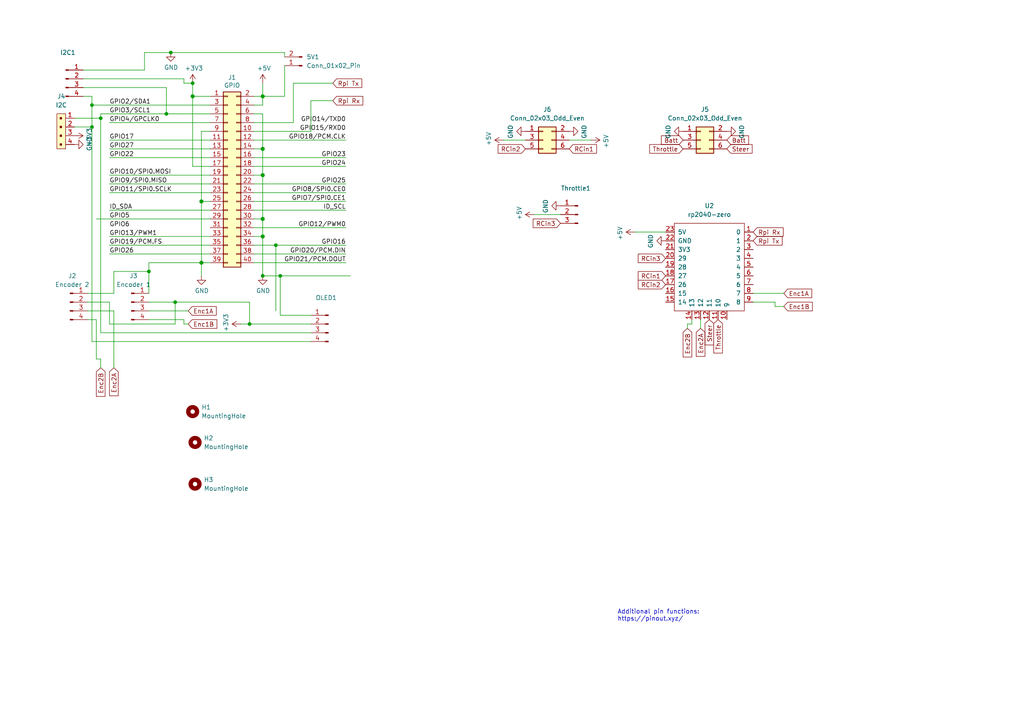
<source format=kicad_sch>
(kicad_sch (version 20250114) (generator "eeschema") (generator_version "9.0")
  (paper "A4")
  (title_block (date "15 nov 2012"))
  (lib_symbols
    (symbol "Connector:Conn_01x02_Pin" (pin_names (offset 1.016) (hide yes))
      (property "Reference" "J" (at 0 2.54 0))
      (property "Value" "Conn_01x02_Pin" (at 0 -5.08 0))
      (symbol "Conn_01x02_Pin_1_1"
        (rectangle (start 0.8636 0.127) (end 0 -0.127) (stroke (width 0.1524)) (fill (type outline)))
        (rectangle (start 0.8636 -2.413) (end 0 -2.667) (stroke (width 0.1524)) (fill (type outline)))
        (polyline (pts (xy 1.27 0) (xy 0.8636 0)) (stroke (width 0.1524)))
        (polyline (pts (xy 1.27 -2.54) (xy 0.8636 -2.54)) (stroke (width 0.1524)))
        (pin passive line (at 5.08 0 180) (length 3.81) (name "Pin_1") (number "1"))
        (pin passive line (at 5.08 -2.54 180) (length 3.81) (name "Pin_2") (number "2"))
      )
    )
    (symbol "Connector:Conn_01x03_Pin" (pin_names (offset 1.016) (hide yes))
      (property "Reference" "J" (at 0 5.08 0))
      (property "Value" "Conn_01x03_Pin" (at 0 -5.08 0))
      (symbol "Conn_01x03_Pin_1_1"
        (rectangle (start 0.8636 2.667) (end 0 2.413) (stroke (width 0.1524)) (fill (type outline)))
        (rectangle (start 0.8636 0.127) (end 0 -0.127) (stroke (width 0.1524)) (fill (type outline)))
        (rectangle (start 0.8636 -2.413) (end 0 -2.667) (stroke (width 0.1524)) (fill (type outline)))
        (polyline (pts (xy 1.27 2.54) (xy 0.8636 2.54)) (stroke (width 0.1524)))
        (polyline (pts (xy 1.27 0) (xy 0.8636 0)) (stroke (width 0.1524)))
        (polyline (pts (xy 1.27 -2.54) (xy 0.8636 -2.54)) (stroke (width 0.1524)))
        (pin passive line (at 5.08 2.54 180) (length 3.81) (name "Pin_1") (number "1"))
        (pin passive line (at 5.08 0 180) (length 3.81) (name "Pin_2") (number "2"))
        (pin passive line (at 5.08 -2.54 180) (length 3.81) (name "Pin_3") (number "3"))
      )
    )
    (symbol "Connector:Conn_01x04_Pin" (pin_names (offset 1.016) (hide yes))
      (property "Reference" "J" (at 0 5.08 0))
      (property "Value" "Conn_01x04_Pin" (at 0 -7.62 0))
      (symbol "Conn_01x04_Pin_1_1"
        (rectangle (start 0.8636 2.667) (end 0 2.413) (stroke (width 0.1524)) (fill (type outline)))
        (rectangle (start 0.8636 0.127) (end 0 -0.127) (stroke (width 0.1524)) (fill (type outline)))
        (rectangle (start 0.8636 -2.413) (end 0 -2.667) (stroke (width 0.1524)) (fill (type outline)))
        (rectangle (start 0.8636 -4.953) (end 0 -5.207) (stroke (width 0.1524)) (fill (type outline)))
        (polyline (pts (xy 1.27 2.54) (xy 0.8636 2.54)) (stroke (width 0.1524)))
        (polyline (pts (xy 1.27 0) (xy 0.8636 0)) (stroke (width 0.1524)))
        (polyline (pts (xy 1.27 -2.54) (xy 0.8636 -2.54)) (stroke (width 0.1524)))
        (polyline (pts (xy 1.27 -5.08) (xy 0.8636 -5.08)) (stroke (width 0.1524)))
        (pin passive line (at 5.08 2.54 180) (length 3.81) (name "Pin_1") (number "1"))
        (pin passive line (at 5.08 0 180) (length 3.81) (name "Pin_2") (number "2"))
        (pin passive line (at 5.08 -2.54 180) (length 3.81) (name "Pin_3") (number "3"))
        (pin passive line (at 5.08 -5.08 180) (length 3.81) (name "Pin_4") (number "4"))
      )
    )
    (symbol "Connector_Generic:Conn_02x03_Odd_Even" (pin_names (offset 1.016) (hide yes))
      (property "Reference" "J" (at 1.27 5.08 0))
      (property "Value" "Conn_02x03_Odd_Even" (at 1.27 -5.08 0))
      (symbol "Conn_02x03_Odd_Even_1_1"
        (rectangle (start -1.27 3.81) (end 3.81 -3.81) (stroke (width 0.254)) (fill (type background)))
        (rectangle (start -1.27 2.667) (end 0 2.413) (stroke (width 0.1524)))
        (rectangle (start -1.27 0.127) (end 0 -0.127) (stroke (width 0.1524)))
        (rectangle (start -1.27 -2.413) (end 0 -2.667) (stroke (width 0.1524)))
        (rectangle (start 3.81 2.667) (end 2.54 2.413) (stroke (width 0.1524)))
        (rectangle (start 3.81 0.127) (end 2.54 -0.127) (stroke (width 0.1524)))
        (rectangle (start 3.81 -2.413) (end 2.54 -2.667) (stroke (width 0.1524)))
        (pin passive line (at -5.08 2.54 0) (length 3.81) (name "Pin_1") (number "1"))
        (pin passive line (at -5.08 0 0) (length 3.81) (name "Pin_3") (number "3"))
        (pin passive line (at -5.08 -2.54 0) (length 3.81) (name "Pin_5") (number "5"))
        (pin passive line (at 7.62 2.54 180) (length 3.81) (name "Pin_2") (number "2"))
        (pin passive line (at 7.62 0 180) (length 3.81) (name "Pin_4") (number "4"))
        (pin passive line (at 7.62 -2.54 180) (length 3.81) (name "Pin_6") (number "6"))
      )
    )
    (symbol "Connector_Generic:Conn_02x20_Odd_Even" (pin_names (offset 1.016) (hide yes))
      (property "Reference" "J" (at 1.27 25.4 0))
      (property "Value" "Conn_02x20_Odd_Even" (at 1.27 -27.94 0))
      (symbol "Conn_02x20_Odd_Even_1_1"
        (rectangle (start -1.27 24.13) (end 3.81 -26.67) (stroke (width 0.254)) (fill (type background)))
        (rectangle (start -1.27 22.987) (end 0 22.733) (stroke (width 0.1524)))
        (rectangle (start -1.27 20.447) (end 0 20.193) (stroke (width 0.1524)))
        (rectangle (start -1.27 17.907) (end 0 17.653) (stroke (width 0.1524)))
        (rectangle (start -1.27 15.367) (end 0 15.113) (stroke (width 0.1524)))
        (rectangle (start -1.27 12.827) (end 0 12.573) (stroke (width 0.1524)))
        (rectangle (start -1.27 10.287) (end 0 10.033) (stroke (width 0.1524)))
        (rectangle (start -1.27 7.747) (end 0 7.493) (stroke (width 0.1524)))
        (rectangle (start -1.27 5.207) (end 0 4.953) (stroke (width 0.1524)))
        (rectangle (start -1.27 2.667) (end 0 2.413) (stroke (width 0.1524)))
        (rectangle (start -1.27 0.127) (end 0 -0.127) (stroke (width 0.1524)))
        (rectangle (start -1.27 -2.413) (end 0 -2.667) (stroke (width 0.1524)))
        (rectangle (start -1.27 -4.953) (end 0 -5.207) (stroke (width 0.1524)))
        (rectangle (start -1.27 -7.493) (end 0 -7.747) (stroke (width 0.1524)))
        (rectangle (start -1.27 -10.033) (end 0 -10.287) (stroke (width 0.1524)))
        (rectangle (start -1.27 -12.573) (end 0 -12.827) (stroke (width 0.1524)))
        (rectangle (start -1.27 -15.113) (end 0 -15.367) (stroke (width 0.1524)))
        (rectangle (start -1.27 -17.653) (end 0 -17.907) (stroke (width 0.1524)))
        (rectangle (start -1.27 -20.193) (end 0 -20.447) (stroke (width 0.1524)))
        (rectangle (start -1.27 -22.733) (end 0 -22.987) (stroke (width 0.1524)))
        (rectangle (start -1.27 -25.273) (end 0 -25.527) (stroke (width 0.1524)))
        (rectangle (start 3.81 22.987) (end 2.54 22.733) (stroke (width 0.1524)))
        (rectangle (start 3.81 20.447) (end 2.54 20.193) (stroke (width 0.1524)))
        (rectangle (start 3.81 17.907) (end 2.54 17.653) (stroke (width 0.1524)))
        (rectangle (start 3.81 15.367) (end 2.54 15.113) (stroke (width 0.1524)))
        (rectangle (start 3.81 12.827) (end 2.54 12.573) (stroke (width 0.1524)))
        (rectangle (start 3.81 10.287) (end 2.54 10.033) (stroke (width 0.1524)))
        (rectangle (start 3.81 7.747) (end 2.54 7.493) (stroke (width 0.1524)))
        (rectangle (start 3.81 5.207) (end 2.54 4.953) (stroke (width 0.1524)))
        (rectangle (start 3.81 2.667) (end 2.54 2.413) (stroke (width 0.1524)))
        (rectangle (start 3.81 0.127) (end 2.54 -0.127) (stroke (width 0.1524)))
        (rectangle (start 3.81 -2.413) (end 2.54 -2.667) (stroke (width 0.1524)))
        (rectangle (start 3.81 -4.953) (end 2.54 -5.207) (stroke (width 0.1524)))
        (rectangle (start 3.81 -7.493) (end 2.54 -7.747) (stroke (width 0.1524)))
        (rectangle (start 3.81 -10.033) (end 2.54 -10.287) (stroke (width 0.1524)))
        (rectangle (start 3.81 -12.573) (end 2.54 -12.827) (stroke (width 0.1524)))
        (rectangle (start 3.81 -15.113) (end 2.54 -15.367) (stroke (width 0.1524)))
        (rectangle (start 3.81 -17.653) (end 2.54 -17.907) (stroke (width 0.1524)))
        (rectangle (start 3.81 -20.193) (end 2.54 -20.447) (stroke (width 0.1524)))
        (rectangle (start 3.81 -22.733) (end 2.54 -22.987) (stroke (width 0.1524)))
        (rectangle (start 3.81 -25.273) (end 2.54 -25.527) (stroke (width 0.1524)))
        (pin passive line (at -5.08 22.86 0) (length 3.81) (name "Pin_1") (number "1"))
        (pin passive line (at -5.08 20.32 0) (length 3.81) (name "Pin_3") (number "3"))
        (pin passive line (at -5.08 17.78 0) (length 3.81) (name "Pin_5") (number "5"))
        (pin passive line (at -5.08 15.24 0) (length 3.81) (name "Pin_7") (number "7"))
        (pin passive line (at -5.08 12.7 0) (length 3.81) (name "Pin_9") (number "9"))
        (pin passive line (at -5.08 10.16 0) (length 3.81) (name "Pin_11") (number "11"))
        (pin passive line (at -5.08 7.62 0) (length 3.81) (name "Pin_13") (number "13"))
        (pin passive line (at -5.08 5.08 0) (length 3.81) (name "Pin_15") (number "15"))
        (pin passive line (at -5.08 2.54 0) (length 3.81) (name "Pin_17") (number "17"))
        (pin passive line (at -5.08 0 0) (length 3.81) (name "Pin_19") (number "19"))
        (pin passive line (at -5.08 -2.54 0) (length 3.81) (name "Pin_21") (number "21"))
        (pin passive line (at -5.08 -5.08 0) (length 3.81) (name "Pin_23") (number "23"))
        (pin passive line (at -5.08 -7.62 0) (length 3.81) (name "Pin_25") (number "25"))
        (pin passive line (at -5.08 -10.16 0) (length 3.81) (name "Pin_27") (number "27"))
        (pin passive line (at -5.08 -12.7 0) (length 3.81) (name "Pin_29") (number "29"))
        (pin passive line (at -5.08 -15.24 0) (length 3.81) (name "Pin_31") (number "31"))
        (pin passive line (at -5.08 -17.78 0) (length 3.81) (name "Pin_33") (number "33"))
        (pin passive line (at -5.08 -20.32 0) (length 3.81) (name "Pin_35") (number "35"))
        (pin passive line (at -5.08 -22.86 0) (length 3.81) (name "Pin_37") (number "37"))
        (pin passive line (at -5.08 -25.4 0) (length 3.81) (name "Pin_39") (number "39"))
        (pin passive line (at 7.62 22.86 180) (length 3.81) (name "Pin_2") (number "2"))
        (pin passive line (at 7.62 20.32 180) (length 3.81) (name "Pin_4") (number "4"))
        (pin passive line (at 7.62 17.78 180) (length 3.81) (name "Pin_6") (number "6"))
        (pin passive line (at 7.62 15.24 180) (length 3.81) (name "Pin_8") (number "8"))
        (pin passive line (at 7.62 12.7 180) (length 3.81) (name "Pin_10") (number "10"))
        (pin passive line (at 7.62 10.16 180) (length 3.81) (name "Pin_12") (number "12"))
        (pin passive line (at 7.62 7.62 180) (length 3.81) (name "Pin_14") (number "14"))
        (pin passive line (at 7.62 5.08 180) (length 3.81) (name "Pin_16") (number "16"))
        (pin passive line (at 7.62 2.54 180) (length 3.81) (name "Pin_18") (number "18"))
        (pin passive line (at 7.62 0 180) (length 3.81) (name "Pin_20") (number "20"))
        (pin passive line (at 7.62 -2.54 180) (length 3.81) (name "Pin_22") (number "22"))
        (pin passive line (at 7.62 -5.08 180) (length 3.81) (name "Pin_24") (number "24"))
        (pin passive line (at 7.62 -7.62 180) (length 3.81) (name "Pin_26") (number "26"))
        (pin passive line (at 7.62 -10.16 180) (length 3.81) (name "Pin_28") (number "28"))
        (pin passive line (at 7.62 -12.7 180) (length 3.81) (name "Pin_30") (number "30"))
        (pin passive line (at 7.62 -15.24 180) (length 3.81) (name "Pin_32") (number "32"))
        (pin passive line (at 7.62 -17.78 180) (length 3.81) (name "Pin_34") (number "34"))
        (pin passive line (at 7.62 -20.32 180) (length 3.81) (name "Pin_36") (number "36"))
        (pin passive line (at 7.62 -22.86 180) (length 3.81) (name "Pin_38") (number "38"))
        (pin passive line (at 7.62 -25.4 180) (length 3.81) (name "Pin_40") (number "40"))
      )
    )
    (symbol "Mechanical:MountingHole" (pin_names (offset 1.016)) (exclude_from_sim yes) (in_bom no)
      (property "Reference" "H" (at 0 5.08 0))
      (property "Value" "MountingHole" (at 0 3.175 0))
      (symbol "MountingHole_0_1"
        (circle (center 0 0) (radius 1.27) (stroke (width 1.27)))
      )
    )
    (symbol "dk_Rectangular-Connectors-Headers-Male-Pins:B4B-PH-K-S_LF__SN_" (pin_names (offset 1.016))
      (property "Reference" "J" (at -2.54 -1.27 0))
      (property "Value" "B4B-PH-K-S_LF__SN_" (at 3.81 -3.81 0))
      (symbol "B4B-PH-K-S_LF__SN__1_1"
        (rectangle (start -1.27 0) (end 8.89 -2.54) (fill (type background)))
        (rectangle (start -0.254 -1.143) (end 0.254 -1.651) (fill (type outline)))
        (rectangle (start 2.286 -1.143) (end 2.794 -1.651) (fill (type outline)))
        (rectangle (start 4.826 -1.143) (end 5.334 -1.651) (fill (type outline)))
        (rectangle (start 7.366 -1.143) (end 7.874 -1.651) (fill (type outline)))
        (pin passive line (at 0 2.54 270) (length 2.54) (name "~") (number "1"))
        (pin passive line (at 2.54 2.54 270) (length 2.54) (name "~") (number "2"))
        (pin passive line (at 5.08 2.54 270) (length 2.54) (name "~") (number "3"))
        (pin passive line (at 7.62 2.54 270) (length 2.54) (name "~") (number "4"))
      )
    )
    (symbol "mcu:rp2040-zero" (pin_names (offset 1.016))
      (property "Reference" "U" (at 0 15.24 0))
      (property "Value" "rp2040-zero" (at 0 12.7 0))
      (symbol "rp2040-zero_0_1"
        (rectangle (start -10.16 11.43) (end 10.16 -13.97))
      )
      (symbol "rp2040-zero_1_1"
        (pin power_out line (at -12.7 8.89 0) (length 2.54) (name "5V") (number "23"))
        (pin power_out line (at -12.7 6.35 0) (length 2.54) (name "GND") (number "22"))
        (pin power_out line (at -12.7 3.81 0) (length 2.54) (name "3V3") (number "21"))
        (pin bidirectional line (at -12.7 1.27 0) (length 2.54) (name "29") (number "20"))
        (pin bidirectional line (at -12.7 -1.27 0) (length 2.54) (name "28") (number "19"))
        (pin bidirectional line (at -12.7 -3.81 0) (length 2.54) (name "27") (number "18"))
        (pin bidirectional line (at -12.7 -6.35 0) (length 2.54) (name "26") (number "17"))
        (pin bidirectional line (at -12.7 -8.89 0) (length 2.54) (name "15") (number "16"))
        (pin bidirectional line (at -12.7 -11.43 0) (length 2.54) (name "14") (number "15"))
        (pin bidirectional line (at -5.08 -16.51 90) (length 2.54) (name "13") (number "14"))
        (pin bidirectional line (at -2.54 -16.51 90) (length 2.54) (name "12") (number "13"))
        (pin bidirectional line (at 0 -16.51 90) (length 2.54) (name "11") (number "12"))
        (pin bidirectional line (at 2.54 -16.51 90) (length 2.54) (name "10") (number "11"))
        (pin bidirectional line (at 5.08 -16.51 90) (length 2.54) (name "9") (number "10"))
        (pin bidirectional line (at 12.7 8.89 180) (length 2.54) (name "0") (number "1"))
        (pin bidirectional line (at 12.7 6.35 180) (length 2.54) (name "1") (number "2"))
        (pin bidirectional line (at 12.7 3.81 180) (length 2.54) (name "2") (number "3"))
        (pin bidirectional line (at 12.7 1.27 180) (length 2.54) (name "3") (number "4"))
        (pin bidirectional line (at 12.7 -1.27 180) (length 2.54) (name "4") (number "5"))
        (pin bidirectional line (at 12.7 -3.81 180) (length 2.54) (name "5") (number "6"))
        (pin bidirectional line (at 12.7 -6.35 180) (length 2.54) (name "6") (number "7"))
        (pin bidirectional line (at 12.7 -8.89 180) (length 2.54) (name "7") (number "8"))
        (pin bidirectional line (at 12.7 -11.43 180) (length 2.54) (name "8") (number "9"))
      )
    )
    (symbol "power:+3.3V" (power) (pin_names (offset 0))
      (property "Value" "+3.3V" (at 0 3.556 0))
      (symbol "+3.3V_0_1"
        (polyline (pts (xy -0.762 1.27) (xy 0 2.54)))
        (polyline (pts (xy 0 2.54) (xy 0.762 1.27)))
        (polyline (pts (xy 0 0) (xy 0 2.54)))
      )
      (symbol "+3.3V_1_1"
        (pin power_in line (at 0 0 90) (length 0) (hide yes) (name "+3V3") (number "1"))
      )
    )
    (symbol "power:+5V" (power) (pin_names (offset 0))
      (property "Value" "+5V" (at 0 3.556 0))
      (symbol "+5V_0_1"
        (polyline (pts (xy -0.762 1.27) (xy 0 2.54)))
        (polyline (pts (xy 0 2.54) (xy 0.762 1.27)))
        (polyline (pts (xy 0 0) (xy 0 2.54)))
      )
      (symbol "+5V_1_1"
        (pin power_in line (at 0 0 90) (length 0) (hide yes) (name "+5V") (number "1"))
      )
    )
    (symbol "power:GND" (power) (pin_names (offset 0))
      (property "Value" "GND" (at 0 -3.81 0))
      (symbol "GND_0_1"
        (polyline (pts (xy 0 0) (xy 0 -1.27) (xy 1.27 -1.27) (xy 0 -2.54) (xy -1.27 -1.27) (xy 0 -1.27)))
      )
      (symbol "GND_1_1"
        (pin power_in line (at 0 0 270) (length 0) (hide yes) (name "GND") (number "1"))
      )
    )
  )
  (text "Additional pin functions:\nhttps://pinout.xyz/" (at 179.07 180.34 0) (effects (font (size 1.27 1.27)) (justify left bottom)))
  (junction (at 50.8 87.63))
  (junction (at 76.2 27.94) (diameter 1.016))
  (junction (at 76.2 43.18) (diameter 1.016))
  (junction (at 26.67 36.83))
  (junction (at 80.01 71.12))
  (junction (at 76.2 80.01))
  (junction (at 58.42 76.2) (diameter 1.016))
  (junction (at 55.88 24.13))
  (junction (at 58.42 58.42) (diameter 1.016))
  (junction (at 43.18 78.74))
  (junction (at 76.2 68.58) (diameter 1.016))
  (junction (at 48.26 33.02))
  (junction (at 76.2 63.5) (diameter 1.016))
  (junction (at 76.2 50.8) (diameter 1.016))
  (junction (at 29.21 34.29))
  (junction (at 26.67 30.48))
  (junction (at 72.39 93.98))
  (junction (at 81.28 80.01))
  (junction (at 55.88 27.94) (diameter 1.016))
  (junction (at 49.53 15.24))
  (wire (pts (xy 58.42 58.42) (xy 58.42 76.2)))
  (wire (pts (xy 73.66 58.42) (xy 100.33 58.42)))
  (wire (pts (xy 53.34 92.71) (xy 53.34 93.98)))
  (wire (pts (xy 60.96 40.64) (xy 31.75 40.64)))
  (wire (pts (xy 184.15 67.31) (xy 193.04 67.31)))
  (wire (pts (xy 154.94 62.23) (xy 162.56 62.23)))
  (wire (pts (xy 76.2 33.02) (xy 76.2 43.18)))
  (wire (pts (xy 76.2 27.94) (xy 82.55 27.94)))
  (wire (pts (xy 43.18 90.17) (xy 54.61 90.17)))
  (wire (pts (xy 76.2 50.8) (xy 73.66 50.8)))
  (wire (pts (xy 218.44 87.63) (xy 224.79 87.63)))
  (wire (pts (xy 76.2 63.5) (xy 76.2 68.58)))
  (wire (pts (xy 90.17 38.1) (xy 90.17 29.21)))
  (wire (pts (xy 53.34 24.13) (xy 55.88 24.13)))
  (wire (pts (xy 80.01 71.12) (xy 100.33 71.12)))
  (wire (pts (xy 26.67 36.83) (xy 26.67 99.06)))
  (wire (pts (xy 82.55 15.24) (xy 82.55 16.51)))
  (wire (pts (xy 76.2 50.8) (xy 76.2 63.5)))
  (wire (pts (xy 224.79 87.63) (xy 224.79 88.9)))
  (wire (pts (xy 58.42 38.1) (xy 58.42 58.42)))
  (wire (pts (xy 81.28 80.01) (xy 101.6 80.01)))
  (wire (pts (xy 21.59 36.83) (xy 26.67 36.83)))
  (wire (pts (xy 85.09 24.13) (xy 96.52 24.13)))
  (wire (pts (xy 58.42 38.1) (xy 60.96 38.1)))
  (wire (pts (xy 73.66 55.88) (xy 100.33 55.88)))
  (wire (pts (xy 33.02 78.74) (xy 43.18 78.74)))
  (wire (pts (xy 60.96 60.96) (xy 31.75 60.96)))
  (wire (pts (xy 25.4 85.09) (xy 33.02 85.09)))
  (wire (pts (xy 41.91 20.32) (xy 41.91 15.24)))
  (wire (pts (xy 50.8 93.98) (xy 50.8 87.63)))
  (wire (pts (xy 43.18 87.63) (xy 50.8 87.63)))
  (wire (pts (xy 200.66 93.98) (xy 199.39 93.98)))
  (wire (pts (xy 58.42 58.42) (xy 60.96 58.42)))
  (wire (pts (xy 25.4 92.71) (xy 27.94 92.71)))
  (wire (pts (xy 27.94 92.71) (xy 27.94 104.14)))
  (wire (pts (xy 73.66 45.72) (xy 100.33 45.72)))
  (wire (pts (xy 49.53 15.24) (xy 82.55 15.24)))
  (wire (pts (xy 29.21 33.02) (xy 29.21 34.29)))
  (wire (pts (xy 80.01 90.17) (xy 80.01 71.12)))
  (wire (pts (xy 73.66 76.2) (xy 100.33 76.2)))
  (wire (pts (xy 58.42 76.2) (xy 58.42 80.01)))
  (wire (pts (xy 31.75 43.18) (xy 60.96 43.18)))
  (wire (pts (xy 85.09 35.56) (xy 85.09 24.13)))
  (wire (pts (xy 203.2 92.71) (xy 203.2 95.25)))
  (wire (pts (xy 24.13 25.4) (xy 48.26 25.4)))
  (wire (pts (xy 76.2 68.58) (xy 73.66 68.58)))
  (wire (pts (xy 26.67 30.48) (xy 26.67 36.83)))
  (wire (pts (xy 218.44 85.09) (xy 227.33 85.09)))
  (wire (pts (xy 31.75 55.88) (xy 60.96 55.88)))
  (wire (pts (xy 73.66 35.56) (xy 85.09 35.56)))
  (wire (pts (xy 55.88 48.26) (xy 60.96 48.26)))
  (wire (pts (xy 21.59 34.29) (xy 29.21 34.29)))
  (wire (pts (xy 43.18 92.71) (xy 53.34 92.71)))
  (wire (pts (xy 53.34 93.98) (xy 54.61 93.98)))
  (wire (pts (xy 76.2 27.94) (xy 76.2 30.48)))
  (wire (pts (xy 76.2 43.18) (xy 76.2 50.8)))
  (wire (pts (xy 73.66 40.64) (xy 100.33 40.64)))
  (wire (pts (xy 48.26 25.4) (xy 48.26 33.02)))
  (wire (pts (xy 76.2 43.18) (xy 73.66 43.18)))
  (wire (pts (xy 146.05 40.64) (xy 152.4 40.64)))
  (wire (pts (xy 26.67 27.94) (xy 26.67 30.48)))
  (wire (pts (xy 33.02 90.17) (xy 33.02 106.68)))
  (wire (pts (xy 76.2 24.13) (xy 76.2 27.94)))
  (wire (pts (xy 31.75 35.56) (xy 60.96 35.56)))
  (wire (pts (xy 76.2 27.94) (xy 73.66 27.94)))
  (wire (pts (xy 55.88 27.94) (xy 55.88 48.26)))
  (wire (pts (xy 29.21 33.02) (xy 48.26 33.02)))
  (wire (pts (xy 73.66 48.26) (xy 100.33 48.26)))
  (wire (pts (xy 26.67 99.06) (xy 90.17 99.06)))
  (wire (pts (xy 69.85 93.98) (xy 72.39 93.98)))
  (wire (pts (xy 31.75 45.72) (xy 60.96 45.72)))
  (wire (pts (xy 31.75 53.34) (xy 60.96 53.34)))
  (wire (pts (xy 199.39 93.98) (xy 199.39 95.25)))
  (wire (pts (xy 55.88 24.13) (xy 55.88 27.94)))
  (wire (pts (xy 24.13 20.32) (xy 41.91 20.32)))
  (wire (pts (xy 76.2 30.48) (xy 73.66 30.48)))
  (wire (pts (xy 90.17 29.21) (xy 96.52 29.21)))
  (wire (pts (xy 25.4 87.63) (xy 31.75 87.63)))
  (wire (pts (xy 31.75 71.12) (xy 60.96 71.12)))
  (wire (pts (xy 31.75 87.63) (xy 31.75 93.98)))
  (wire (pts (xy 73.66 71.12) (xy 80.01 71.12)))
  (wire (pts (xy 73.66 66.04) (xy 100.33 66.04)))
  (wire (pts (xy 81.28 91.44) (xy 81.28 80.01)))
  (wire (pts (xy 58.42 76.2) (xy 60.96 76.2)))
  (wire (pts (xy 72.39 87.63) (xy 72.39 93.98)))
  (wire (pts (xy 27.94 104.14) (xy 29.21 104.14)))
  (wire (pts (xy 73.66 73.66) (xy 100.33 73.66)))
  (wire (pts (xy 76.2 33.02) (xy 73.66 33.02)))
  (wire (pts (xy 31.75 73.66) (xy 60.96 73.66)))
  (wire (pts (xy 41.91 15.24) (xy 49.53 15.24)))
  (wire (pts (xy 24.13 22.86) (xy 53.34 22.86)))
  (wire (pts (xy 224.79 88.9) (xy 227.33 88.9)))
  (wire (pts (xy 58.42 76.2) (xy 43.18 76.2)))
  (wire (pts (xy 25.4 90.17) (xy 33.02 90.17)))
  (wire (pts (xy 50.8 87.63) (xy 72.39 87.63)))
  (wire (pts (xy 53.34 22.86) (xy 53.34 24.13)))
  (wire (pts (xy 26.67 30.48) (xy 60.96 30.48)))
  (wire (pts (xy 200.66 92.71) (xy 200.66 93.98)))
  (wire (pts (xy 76.2 68.58) (xy 76.2 80.01)))
  (wire (pts (xy 171.45 40.64) (xy 165.1 40.64)))
  (wire (pts (xy 73.66 53.34) (xy 100.33 53.34)))
  (wire (pts (xy 43.18 76.2) (xy 43.18 78.74)))
  (wire (pts (xy 43.18 78.74) (xy 43.18 85.09)))
  (wire (pts (xy 31.75 93.98) (xy 50.8 93.98)))
  (wire (pts (xy 48.26 33.02) (xy 60.96 33.02)))
  (wire (pts (xy 33.02 85.09) (xy 33.02 78.74)))
  (wire (pts (xy 81.28 91.44) (xy 90.17 91.44)))
  (wire (pts (xy 76.2 63.5) (xy 73.66 63.5)))
  (wire (pts (xy 24.13 27.94) (xy 26.67 27.94)))
  (wire (pts (xy 73.66 38.1) (xy 90.17 38.1)))
  (wire (pts (xy 55.88 27.94) (xy 60.96 27.94)))
  (wire (pts (xy 72.39 93.98) (xy 90.17 93.98)))
  (wire (pts (xy 29.21 34.29) (xy 29.21 96.52)))
  (wire (pts (xy 31.75 68.58) (xy 60.96 68.58)))
  (wire (pts (xy 29.21 104.14) (xy 29.21 106.68)))
  (wire (pts (xy 90.17 96.52) (xy 29.21 96.52)))
  (wire (pts (xy 27.94 63.5) (xy 60.96 63.5)))
  (wire (pts (xy 60.96 50.8) (xy 31.75 50.8)))
  (wire (pts (xy 73.66 60.96) (xy 100.33 60.96)))
  (wire (pts (xy 76.2 80.01) (xy 81.28 80.01)))
  (wire (pts (xy 82.55 19.05) (xy 82.55 27.94)))
  (label "ID_SDA" (at 31.75 60.96 0))
  (label "GPIO6" (at 31.75 66.04 0))
  (label "ID_SCL" (at 100.33 60.96 180))
  (label "GPIO5" (at 31.75 63.5 0))
  (label "GPIO21{slash}PCM.DOUT" (at 100.33 76.2 180))
  (label "GPIO19{slash}PCM.FS" (at 31.75 71.12 0))
  (label "GPIO10{slash}SPI0.MOSI" (at 31.75 50.8 0))
  (label "GPIO9{slash}SPI0.MISO" (at 31.75 53.34 0))
  (label "GPIO23" (at 100.33 45.72 180))
  (label "GPIO4{slash}GPCLK0" (at 31.75 35.56 0))
  (label "GPIO27" (at 31.75 43.18 0))
  (label "GPIO26" (at 31.75 73.66 0))
  (label "GPIO14{slash}TXD0" (at 100.33 35.56 180))
  (label "GPIO8{slash}SPI0.CE0" (at 100.33 55.88 180))
  (label "GPIO15{slash}RXD0" (at 100.33 38.1 180))
  (label "GPIO16" (at 100.33 71.12 180))
  (label "GPIO22" (at 31.75 45.72 0))
  (label "GPIO2{slash}SDA1" (at 31.75 30.48 0))
  (label "GPIO17" (at 31.75 40.64 0))
  (label "GPIO25" (at 100.33 53.34 180))
  (label "GPIO3{slash}SCL1" (at 31.75 33.02 0))
  (label "GPIO18{slash}PCM.CLK" (at 100.33 40.64 180))
  (label "GPIO12{slash}PWM0" (at 100.33 66.04 180))
  (label "GPIO13{slash}PWM1" (at 31.75 68.58 0))
  (label "GPIO20{slash}PCM.DIN" (at 100.33 73.66 180))
  (label "GPIO24" (at 100.33 48.26 180))
  (label "GPIO7{slash}SPI0.CE1" (at 100.33 58.42 180))
  (label "GPIO11{slash}SPI0.SCLK" (at 31.75 55.88 0))
  (global_label "Rpi Rx" (shape input) (at 96.52 29.21 0) (property "Intersheetrefs" "${INTERSHEET_REFS}" (effects (hide yes))))
  (global_label "Enc2B" (shape input) (at 199.39 95.25 270) (property "Intersheetrefs" "${INTERSHEET_REFS}" (effects (hide yes))))
  (global_label "RCin3" (shape input) (at 193.04 74.93 180) (property "Intersheetrefs" "${INTERSHEET_REFS}" (effects (hide yes))))
  (global_label "Rpi Tx" (shape input) (at 218.44 69.85 0) (property "Intersheetrefs" "${INTERSHEET_REFS}" (effects (hide yes))))
  (global_label "Rpi Tx" (shape input) (at 96.52 24.13 0) (property "Intersheetrefs" "${INTERSHEET_REFS}" (effects (hide yes))))
  (global_label "Enc1B" (shape input) (at 54.61 93.98 0) (property "Intersheetrefs" "${INTERSHEET_REFS}" (effects (hide yes))))
  (global_label "RCin3" (shape input) (at 162.56 64.77 180) (property "Intersheetrefs" "${INTERSHEET_REFS}" (effects (hide yes))))
  (global_label "Enc1B" (shape input) (at 227.33 88.9 0) (property "Intersheetrefs" "${INTERSHEET_REFS}" (effects (hide yes))))
  (global_label "Rpi Rx" (shape input) (at 218.44 67.31 0) (property "Intersheetrefs" "${INTERSHEET_REFS}" (effects (hide yes))))
  (global_label "Enc1A" (shape input) (at 227.33 85.09 0) (property "Intersheetrefs" "${INTERSHEET_REFS}" (effects (hide yes))))
  (global_label "Steer" (shape input) (at 205.74 92.71 270) (property "Intersheetrefs" "${INTERSHEET_REFS}" (effects (hide yes))))
  (global_label "Steer" (shape input) (at 210.82 43.18 0) (property "Intersheetrefs" "${INTERSHEET_REFS}" (effects (hide yes))))
  (global_label "Throttle" (shape input) (at 208.28 92.71 270) (property "Intersheetrefs" "${INTERSHEET_REFS}" (effects (hide yes))))
  (global_label "Enc2A" (shape input) (at 33.02 106.68 270) (property "Intersheetrefs" "${INTERSHEET_REFS}" (effects (hide yes))))
  (global_label "Enc2B" (shape input) (at 29.21 106.68 270) (property "Intersheetrefs" "${INTERSHEET_REFS}" (effects (hide yes))))
  (global_label "Batt" (shape input) (at 210.82 40.64 0) (property "Intersheetrefs" "${INTERSHEET_REFS}" (effects (hide yes))))
  (global_label "Batt" (shape input) (at 198.12 40.64 180) (property "Intersheetrefs" "${INTERSHEET_REFS}" (effects (hide yes))))
  (global_label "Enc2A" (shape input) (at 203.2 95.25 270) (property "Intersheetrefs" "${INTERSHEET_REFS}" (effects (hide yes))))
  (global_label "RCin1" (shape input) (at 193.04 80.01 180) (property "Intersheetrefs" "${INTERSHEET_REFS}" (effects (hide yes))))
  (global_label "Enc1A" (shape input) (at 54.61 90.17 0) (property "Intersheetrefs" "${INTERSHEET_REFS}" (effects (hide yes))))
  (global_label "RCin2" (shape input) (at 193.04 82.55 180) (property "Intersheetrefs" "${INTERSHEET_REFS}" (effects (hide yes))))
  (global_label "RCin2" (shape input) (at 152.4 43.18 180) (property "Intersheetrefs" "${INTERSHEET_REFS}" (effects (hide yes))))
  (global_label "RCin1" (shape input) (at 165.1 43.18 0) (property "Intersheetrefs" "${INTERSHEET_REFS}" (effects (hide yes))))
  (global_label "Throttle" (shape input) (at 198.12 43.18 180) (property "Intersheetrefs" "${INTERSHEET_REFS}" (effects (hide yes))))
  (symbol (lib_id "power:+5V") (at 76.2 24.13 0) (unit 1)
    (property "Reference" "#PWR01" (effects (hide yes)))
    (property "Value" "+5V" (at 76.5683 19.8056 0))
  )
  (symbol (lib_id "power:+3.3V") (at 55.88 24.13 0) (unit 1)
    (property "Reference" "#PWR04" (effects (hide yes)))
    (property "Value" "+3V3" (at 56.2483 19.8056 0))
  )
  (symbol (lib_id "power:GND") (at 76.2 80.01 0) (unit 1)
    (property "Reference" "#PWR02" (effects (hide yes)))
    (property "Value" "GND" (at 76.3143 84.3344 0))
  )
  (symbol (lib_id "power:GND") (at 58.42 80.01 0) (unit 1)
    (property "Reference" "#PWR03" (effects (hide yes)))
    (property "Value" "GND" (at 58.5343 84.3344 0))
  )
  (symbol (lib_id "Connector_Generic:Conn_02x20_Odd_Even") (at 66.04 50.8 0) (unit 1)
    (property "Reference" "J1" (at 67.31 22.4598 0))
    (property "Value" "GPIO" (at 67.31 24.765 0))
    (property "Footprint" "Connector_PinSocket_2.54mm:PinSocket_2x20_P2.54mm_Vertical" (effects (hide yes)))
  )
  (symbol (lib_id "power:+5V") (at 146.05 40.64 90) (unit 1)
    (property "Reference" "#PWR15" (effects (hide yes)))
    (property "Value" "+5V" (at 141.7256 40.2717 0))
  )
  (symbol (lib_id "Connector:Conn_01x04_Pin") (at 20.32 87.63 0) (unit 1)
    (property "Reference" "J2" (at 20.955 80.01 0))
    (property "Value" "Encoder 2" (at 20.955 82.55 0))
    (property "Footprint" "Connector_PinHeader_2.54mm:PinHeader_1x04_P2.54mm_Vertical" (effects (hide yes)))
    (property "Description" "Generic connector, single row, 01x04, script generated" (effects (hide yes)))
  )
  (symbol (lib_id "power:+3.3V") (at 69.85 93.98 90) (unit 1)
    (property "Reference" "#PWR07" (effects (hide yes)))
    (property "Value" "+3V3" (at 65.5256 93.6117 0))
  )
  (symbol (lib_id "power:GND") (at 193.04 69.85 270) (unit 1)
    (property "Reference" "#PWR6" (effects (hide yes)))
    (property "Value" "GND" (at 188.7156 69.9643 0))
  )
  (symbol (lib_id "Connector:Conn_01x04_Pin") (at 38.1 87.63 0) (unit 1)
    (property "Reference" "J3" (at 38.735 80.01 0))
    (property "Value" "Encoder 1" (at 38.735 82.55 0))
    (property "Footprint" "Connector_PinHeader_2.54mm:PinHeader_1x04_P2.54mm_Vertical" (effects (hide yes)))
    (property "Description" "Generic connector, single row, 01x04, script generated" (effects (hide yes)))
  )
  (symbol (lib_id "Mechanical:MountingHole") (at 55.88 119.38 0) (unit 1) (exclude_from_sim yes) (in_bom no)
    (property "Reference" "H1" (at 58.42 118.1099 0) (effects (justify left)))
    (property "Value" "MountingHole" (at 58.42 120.6499 0) (effects (justify left)))
    (property "Description" "Mounting Hole without connection" (effects (hide yes)))
  )
  (symbol (lib_id "Connector_Generic:Conn_02x03_Odd_Even") (at 203.2 40.64 0) (unit 1)
    (property "Reference" "J5" (at 204.47 31.75 0))
    (property "Value" "Conn_02x03_Odd_Even" (at 204.47 34.29 0))
    (property "Footprint" "Connector_PinHeader_2.54mm:PinHeader_2x03_P2.54mm_Vertical" (effects (hide yes)))
    (property "Description" "Generic connector, double row, 02x03, odd/even pin numbering scheme (row 1 odd numbers, row 2 even numbers), script generated (kicad-library-utils/schlib/autogen/connector/)" (effects (hide yes)))
  )
  (symbol (lib_id "power:GND") (at 49.53 15.24 0) (unit 1)
    (property "Reference" "#PWR09" (effects (hide yes)))
    (property "Value" "GND" (at 49.6443 19.5644 0))
  )
  (symbol (lib_id "power:GND") (at 210.82 38.1 90) (mirror x) (unit 1)
    (property "Reference" "#PWR14" (effects (hide yes)))
    (property "Value" "GND" (at 215.1444 38.2143 0))
  )
  (symbol (lib_id "power:+5V") (at 171.45 40.64 270) (unit 1)
    (property "Reference" "#PWR17" (effects (hide yes)))
    (property "Value" "+5V" (at 175.7744 41.0083 0))
  )
  (symbol (lib_id "power:GND") (at 21.59 41.91 90) (unit 1)
    (property "Reference" "#PWR010" (effects (hide yes)))
    (property "Value" "GND" (at 25.9144 41.7957 0))
  )
  (symbol (lib_id "mcu:rp2040-zero") (at 205.74 76.2 0) (unit 1)
    (property "Reference" "U2" (at 205.74 59.69 0))
    (property "Value" "rp2040-zero" (at 205.74 62.23 0))
    (property "Footprint" "mcu:rp2040-zero-tht" (effects (hide yes)))
  )
  (symbol (lib_id "power:+5V") (at 154.94 62.23 90) (unit 1)
    (property "Reference" "#PWR16" (effects (hide yes)))
    (property "Value" "+5V" (at 150.6156 61.8617 0))
  )
  (symbol (lib_id "power:+3.3V") (at 21.59 39.37 270) (unit 1)
    (property "Reference" "#PWR011" (effects (hide yes)))
    (property "Value" "+3V3" (at 25.9144 39.7383 0))
  )
  (symbol (lib_id "Connector:Conn_01x04_Pin") (at 19.05 22.86 0) (unit 1)
    (property "Reference" "I2C1" (at 19.685 15.24 0))
    (property "Value" "Conn_01x04_Pin" (effects (hide yes)))
    (property "Footprint" "Connector_PinHeader_2.54mm:PinHeader_1x04_P2.54mm_Vertical" (effects (hide yes)))
    (property "Description" "Generic connector, single row, 01x04, script generated" (effects (hide yes)))
  )
  (symbol (lib_id "power:GND") (at 198.12 38.1 270) (unit 1)
    (property "Reference" "#PWR12" (effects (hide yes)))
    (property "Value" "GND" (at 193.7956 38.2143 0))
  )
  (symbol (lib_id "Connector:Conn_01x02_Pin") (at 87.63 19.05 180) (unit 1)
    (property "Reference" "5V1" (at 88.9 16.5099 0) (effects (justify right)))
    (property "Value" "Conn_01x02_Pin" (at 88.9 19.0499 0) (effects (justify right)))
    (property "Footprint" "Connector_PinHeader_2.54mm:PinHeader_1x02_P2.54mm_Vertical" (effects (hide yes)))
    (property "Description" "Generic connector, single row, 01x02, script generated" (effects (hide yes)))
  )
  (symbol (lib_id "power:+5V") (at 184.15 67.31 90) (mirror x) (unit 1)
    (property "Reference" "#PWR05" (effects (hide yes)))
    (property "Value" "+5V" (at 179.8256 67.6783 0))
  )
  (symbol (lib_id "power:GND") (at 152.4 38.1 270) (unit 1)
    (property "Reference" "#PWR8" (effects (hide yes)))
    (property "Value" "GND" (at 148.0756 38.2143 0))
  )
  (symbol (lib_id "Connector_Generic:Conn_02x03_Odd_Even") (at 157.48 40.64 0) (unit 1)
    (property "Reference" "J6" (at 158.75 31.75 0))
    (property "Value" "Conn_02x03_Odd_Even" (at 158.75 34.29 0))
    (property "Footprint" "Connector_PinHeader_2.54mm:PinHeader_2x03_P2.54mm_Vertical" (effects (hide yes)))
    (property "Description" "Generic connector, double row, 02x03, odd/even pin numbering scheme (row 1 odd numbers, row 2 even numbers), script generated (kicad-library-utils/schlib/autogen/connector/)" (effects (hide yes)))
  )
  (symbol (lib_id "power:GND") (at 162.56 59.69 270) (unit 1)
    (property "Reference" "#PWR19" (effects (hide yes)))
    (property "Value" "GND" (at 158.2356 59.8043 0))
  )
  (symbol (lib_id "Connector:Conn_01x03_Pin") (at 167.64 62.23 0) (mirror y) (unit 1)
    (property "Reference" "Throttle1" (at 167.005 54.61 0))
    (property "Value" "Conn_01x03_Pin" (effects (hide yes)))
    (property "Footprint" "Connector_PinHeader_2.54mm:PinHeader_1x03_P2.54mm_Vertical" (effects (hide yes)))
    (property "Description" "Generic connector, single row, 01x03, script generated" (effects (hide yes)))
  )
  (symbol (lib_id "Mechanical:MountingHole") (at 56.5766 128.3264 0) (unit 1) (exclude_from_sim yes) (in_bom no)
    (property "Reference" "H2" (at 59.1166 127.0563 0) (effects (justify left)))
    (property "Value" "MountingHole" (at 59.1166 129.5963 0) (effects (justify left)))
    (property "Description" "Mounting Hole without connection" (effects (hide yes)))
  )
  (symbol (lib_id "Mechanical:MountingHole") (at 56.5766 140.4105 0) (unit 1) (exclude_from_sim yes) (in_bom no)
    (property "Reference" "H3" (at 59.1166 139.1404 0) (effects (justify left)))
    (property "Value" "MountingHole" (at 59.1166 141.6804 0) (effects (justify left)))
    (property "Description" "Mounting Hole without connection" (effects (hide yes)))
  )
  (symbol (lib_id "power:GND") (at 165.1 38.1 90) (mirror x) (unit 1)
    (property "Reference" "#PWR13" (effects (hide yes)))
    (property "Value" "GND" (at 169.4244 38.2143 0))
  )
  (symbol (lib_id "dk_Rectangular-Connectors-Headers-Male-Pins:B4B-PH-K-S_LF__SN_") (at 19.05 34.29 270) (unit 1)
    (property "Reference" "J4" (at 17.78 27.94 90))
    (property "Value" "I2C" (at 17.78 30.48 90))
    (property "Footprint" "Connector_JST:JST_SH_BM04B-SRSS-TB_1x04-1MP_P1.00mm_Vertical" (effects (hide yes)))
    (property "Datasheet" "http://www.jst-mfg.com/product/pdf/eng/ePH.pdf" (effects (hide yes)))
    (property "Description" "CONN HEADER VERT 4POS 2MM" (effects (hide yes)))
    (property "Digi-Key_PN" "455-1706-ND" (effects (hide yes)))
    (property "MPN" "B4B-PH-K-S(LF)(SN)" (effects (hide yes)))
    (property "Category" "Connectors, Interconnects" (effects (hide yes)))
    (property "Family" "Rectangular Connectors - Headers, Male Pins" (effects (hide yes)))
    (property "DK_Datasheet_Link" "http://www.jst-mfg.com/product/pdf/eng/ePH.pdf" (effects (hide yes)))
    (property "DK_Detail_Page" "/product-detail/en/jst-sales-america-inc/B4B-PH-K-S(LF)(SN)/455-1706-ND/926613" (effects (hide yes)))
    (property "Description_1" "CONN HEADER VERT 4POS 2MM" (effects (hide yes)))
    (property "Manufacturer" "JST Sales America Inc." (effects (hide yes)))
    (property "Status" "Active" (effects (hide yes)))
  )
  (symbol (lib_id "Connector:Conn_01x04_Pin") (at 95.25 93.98 0) (mirror y) (unit 1)
    (property "Reference" "OLED1" (at 94.615 86.36 0))
    (property "Value" "Conn_01x04_Pin" (effects (hide yes)))
    (property "Footprint" "Connector_PinHeader_2.54mm:PinHeader_1x04_P2.54mm_Vertical" (effects (hide yes)))
    (property "Description" "Generic connector, single row, 01x04, script generated" (effects (hide yes)))
  )
)
</source>
